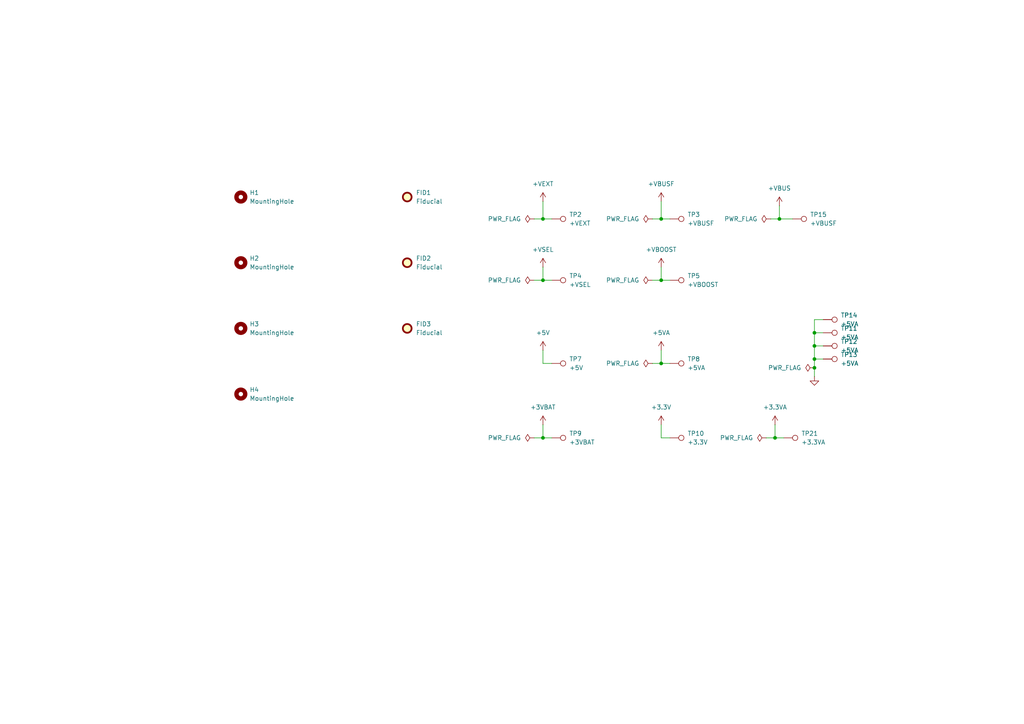
<source format=kicad_sch>
(kicad_sch (version 20231120) (generator "eeschema") (generator_version "8.0")
  (paper "A4")
  (lib_symbols
    (symbol "EMBARCADOS_-_CURSO_PCB[1]:+5V" (power) (pin_numbers hide) (pin_names (offset 0) hide)
      (property "Value" "+5V" (at 0 3.556 0))
      (symbol "+5V_0_1"
        (polyline (pts (xy -0.762 1.27) (xy 0 2.54)))
        (polyline (pts (xy 0 0) (xy 0 2.54)))
        (polyline (pts (xy 0 2.54) (xy 0.762 1.27)))
      )
      (symbol "+5V_1_1"
        (pin power_in line (at 0 0 90) (length 0) (name "~") (number "1"))
      )
    )
    (symbol "EMBARCADOS_-_CURSO_PCB[1]:AUX FIDUCIAL" (exclude_from_sim yes) (in_bom no)
      (property "Reference" "FID" (at 0 5.08 0))
      (property "Value" "Fiducial" (at 0 3.175 0))
      (symbol "AUX FIDUCIAL_0_1"
        (circle (center 0 0) (radius 1.27) (stroke (width 0.508)) (fill (type background)))
      )
    )
    (symbol "EMBARCADOS_-_CURSO_PCB[1]:AUX MOUNTING HOLE" (pin_names (offset 1.016)) (exclude_from_sim yes) (in_bom no)
      (property "Reference" "H" (at 0 5.08 0))
      (property "Value" "MountingHole" (at 0 3.175 0))
      (symbol "AUX MOUNTING HOLE_0_1"
        (circle (center 0 0) (radius 1.27) (stroke (width 1.27)))
      )
    )
    (symbol "EMBARCADOS_-_CURSO_PCB[1]:AUX TEST POINT" (pin_numbers hide) (pin_names (offset 0.762) hide)
      (property "Reference" "TP" (at 0 6.858 0))
      (property "Value" "TestPoint" (at 0 5.08 0))
      (symbol "AUX TEST POINT_0_1"
        (circle (center 0 3.302) (radius 0.762))
      )
      (symbol "AUX TEST POINT_1_1"
        (pin passive line (at 0 0 90) (length 2.54) (name "1") (number "1"))
      )
    )
    (symbol "EMBARCADOS_-_CURSO_PCB[1]:POWER GND" (power) (pin_numbers hide) (pin_names (offset 0) hide)
      (property "Value" "POWER GND" (at 0 -3.81 0))
      (symbol "POWER GND_0_1"
        (polyline (pts (xy 0 0) (xy 0 -1.27) (xy 1.27 -1.27) (xy 0 -2.54) (xy -1.27 -1.27) (xy 0 -1.27)))
      )
      (symbol "POWER GND_1_1"
        (pin power_in line (at 0 0 270) (length 0) (name "~") (number "1"))
      )
    )
    (symbol "power:PWR_FLAG" (power) (pin_numbers hide) (pin_names (offset 0) hide)
      (property "Value" "PWR_FLAG" (at 0 3.81 0))
      (symbol "PWR_FLAG_0_0"
        (pin power_out line (at 0 0 90) (length 0) (name "~") (number "1"))
      )
      (symbol "PWR_FLAG_0_1"
        (polyline (pts (xy 0 0) (xy 0 1.27) (xy -1.016 1.905) (xy 0 2.54) (xy 1.016 1.905) (xy 0 1.27)))
      )
    )
  )
  (junction (at 157.48 63.5))
  (junction (at 236.22 100.33))
  (junction (at 236.22 96.52))
  (junction (at 236.22 106.68))
  (junction (at 191.77 63.5))
  (junction (at 191.77 105.41))
  (junction (at 157.48 81.28))
  (junction (at 157.48 127))
  (junction (at 226.06 63.5))
  (junction (at 236.22 104.14))
  (junction (at 224.79 127))
  (junction (at 191.77 81.28))
  (wire (pts (xy 157.48 81.28) (xy 160.02 81.28)))
  (wire (pts (xy 189.23 105.41) (xy 191.77 105.41)))
  (wire (pts (xy 157.48 127) (xy 160.02 127)))
  (wire (pts (xy 236.22 96.52) (xy 236.22 100.33)))
  (wire (pts (xy 238.76 92.71) (xy 236.22 92.71)))
  (wire (pts (xy 189.23 81.28) (xy 191.77 81.28)))
  (wire (pts (xy 236.22 100.33) (xy 238.76 100.33)))
  (wire (pts (xy 222.25 127) (xy 224.79 127)))
  (wire (pts (xy 157.48 77.47) (xy 157.48 81.28)))
  (wire (pts (xy 236.22 92.71) (xy 236.22 96.52)))
  (wire (pts (xy 191.77 127) (xy 194.31 127)))
  (wire (pts (xy 154.94 81.28) (xy 157.48 81.28)))
  (wire (pts (xy 157.48 123.19) (xy 157.48 127)))
  (wire (pts (xy 189.23 63.5) (xy 191.77 63.5)))
  (wire (pts (xy 191.77 81.28) (xy 194.31 81.28)))
  (wire (pts (xy 154.94 127) (xy 157.48 127)))
  (wire (pts (xy 236.22 104.14) (xy 238.76 104.14)))
  (wire (pts (xy 157.48 63.5) (xy 160.02 63.5)))
  (wire (pts (xy 157.48 58.42) (xy 157.48 63.5)))
  (wire (pts (xy 191.77 101.6) (xy 191.77 105.41)))
  (wire (pts (xy 236.22 104.14) (xy 236.22 106.68)))
  (wire (pts (xy 157.48 105.41) (xy 160.02 105.41)))
  (wire (pts (xy 157.48 101.6) (xy 157.48 105.41)))
  (wire (pts (xy 157.48 63.5) (xy 154.94 63.5)))
  (wire (pts (xy 236.22 96.52) (xy 238.76 96.52)))
  (wire (pts (xy 224.79 127) (xy 224.79 123.19)))
  (wire (pts (xy 223.52 63.5) (xy 226.06 63.5)))
  (wire (pts (xy 226.06 63.5) (xy 229.87 63.5)))
  (wire (pts (xy 191.77 77.47) (xy 191.77 81.28)))
  (wire (pts (xy 227.33 127) (xy 224.79 127)))
  (wire (pts (xy 191.77 63.5) (xy 194.31 63.5)))
  (wire (pts (xy 236.22 106.68) (xy 236.22 109.22)))
  (wire (pts (xy 191.77 58.42) (xy 191.77 63.5)))
  (wire (pts (xy 191.77 123.19) (xy 191.77 127)))
  (wire (pts (xy 236.22 100.33) (xy 236.22 104.14)))
  (wire (pts (xy 226.06 59.69) (xy 226.06 63.5)))
  (wire (pts (xy 191.77 105.41) (xy 194.31 105.41)))
  (symbol (lib_id "power:PWR_FLAG") (at 154.94 127 90) (unit 1)
    (property "Reference" "#FLG08" (effects (hide yes)))
    (property "Value" "PWR_FLAG" (at 151.13 126.9999 90) (effects (justify left)))
    (property "Description" "Special symbol for telling ERC where power comes from" (effects (hide yes)))
  )
  (symbol (lib_id "power:PWR_FLAG") (at 189.23 81.28 90) (unit 1)
    (property "Reference" "#FLG05" (effects (hide yes)))
    (property "Value" "PWR_FLAG" (at 185.42 81.2799 90) (effects (justify left)))
    (property "Description" "Special symbol for telling ERC where power comes from" (effects (hide yes)))
  )
  (symbol (lib_id "EMBARCADOS_-_CURSO_PCB[1]:+5V") (at 226.06 59.69 0) (unit 1)
    (property "Reference" "#PWR0116" (effects (hide yes)))
    (property "Value" "+VBUS" (at 226.06 54.61 0))
    (property "Description" "Power symbol creates a global label with name \"+5V\"" (effects (hide yes)))
  )
  (symbol (lib_id "EMBARCADOS_-_CURSO_PCB[1]:AUX TEST POINT") (at 238.76 96.52 270) (unit 1)
    (property "Reference" "TP11" (at 243.84 95.2499 90) (effects (justify left)))
    (property "Value" "+5VA" (at 243.84 97.7899 90) (effects (justify left)))
    (property "Footprint" "EMBARCADOS - CURSO PCB:TestPoint_Keystone_5000-5004_Miniature" (effects (hide yes)))
    (property "Description" "test point" (effects (hide yes)))
  )
  (symbol (lib_id "EMBARCADOS_-_CURSO_PCB[1]:+5V") (at 157.48 123.19 0) (unit 1)
    (property "Reference" "#PWR0108" (effects (hide yes)))
    (property "Value" "+3VBAT" (at 157.48 118.11 0))
    (property "Description" "Power symbol creates a global label with name \"+5V\"" (effects (hide yes)))
  )
  (symbol (lib_id "power:PWR_FLAG") (at 189.23 63.5 90) (unit 1)
    (property "Reference" "#FLG03" (effects (hide yes)))
    (property "Value" "PWR_FLAG" (at 185.42 63.4999 90) (effects (justify left)))
    (property "Description" "Special symbol for telling ERC where power comes from" (effects (hide yes)))
  )
  (symbol (lib_id "EMBARCADOS_-_CURSO_PCB[1]:AUX TEST POINT") (at 160.02 127 270) (unit 1)
    (property "Reference" "TP9" (at 165.1 125.7299 90) (effects (justify left)))
    (property "Value" "+3VBAT" (at 165.1 128.2699 90) (effects (justify left)))
    (property "Footprint" "EMBARCADOS - CURSO PCB:TestPoint_Keystone_5000-5004_Miniature" (effects (hide yes)))
    (property "Description" "test point" (effects (hide yes)))
  )
  (symbol (lib_id "power:PWR_FLAG") (at 236.22 106.68 90) (unit 1)
    (property "Reference" "#FLG01" (effects (hide yes)))
    (property "Value" "PWR_FLAG" (at 232.41 106.6799 90) (effects (justify left)))
    (property "Description" "Special symbol for telling ERC where power comes from" (effects (hide yes)))
  )
  (symbol (lib_id "EMBARCADOS_-_CURSO_PCB[1]:AUX TEST POINT") (at 160.02 63.5 270) (unit 1)
    (property "Reference" "TP2" (at 165.1 62.2299 90) (effects (justify left)))
    (property "Value" "+VEXT" (at 165.1 64.7699 90) (effects (justify left)))
    (property "Footprint" "EMBARCADOS - CURSO PCB:TestPoint_Keystone_5000-5004_Miniature" (effects (hide yes)))
    (property "Description" "test point" (effects (hide yes)))
  )
  (symbol (lib_id "EMBARCADOS_-_CURSO_PCB[1]:+5V") (at 157.48 101.6 0) (unit 1)
    (property "Reference" "#PWR0113" (effects (hide yes)))
    (property "Value" "+5V" (at 157.48 96.52 0))
    (property "Description" "Power symbol creates a global label with name \"+5V\"" (effects (hide yes)))
  )
  (symbol (lib_id "EMBARCADOS_-_CURSO_PCB[1]:AUX TEST POINT") (at 238.76 100.33 270) (unit 1)
    (property "Reference" "TP12" (at 243.84 99.0599 90) (effects (justify left)))
    (property "Value" "+5VA" (at 243.84 101.5999 90) (effects (justify left)))
    (property "Footprint" "EMBARCADOS - CURSO PCB:TestPoint_Keystone_5000-5004_Miniature" (effects (hide yes)))
    (property "Description" "test point" (effects (hide yes)))
  )
  (symbol (lib_id "power:PWR_FLAG") (at 154.94 63.5 90) (unit 1)
    (property "Reference" "#FLG02" (effects (hide yes)))
    (property "Value" "PWR_FLAG" (at 151.13 63.4999 90) (effects (justify left)))
    (property "Description" "Special symbol for telling ERC where power comes from" (effects (hide yes)))
  )
  (symbol (lib_id "EMBARCADOS_-_CURSO_PCB[1]:+5V") (at 191.77 123.19 0) (unit 1)
    (property "Reference" "#PWR0111" (effects (hide yes)))
    (property "Value" "+3.3V" (at 191.77 118.11 0))
    (property "Description" "Power symbol creates a global label with name \"+5V\"" (effects (hide yes)))
  )
  (symbol (lib_id "EMBARCADOS_-_CURSO_PCB[1]:+5V") (at 224.79 123.19 0) (unit 1)
    (property "Reference" "#PWR0118" (effects (hide yes)))
    (property "Value" "+3.3VA" (at 224.79 118.11 0))
    (property "Description" "Power symbol creates a global label with name \"+5V\"" (effects (hide yes)))
  )
  (symbol (lib_id "EMBARCADOS_-_CURSO_PCB[1]:AUX FIDUCIAL") (at 118.11 95.25 0) (unit 1) (exclude_from_sim yes) (in_bom no)
    (property "Reference" "FID3" (at 120.65 93.9799 0) (effects (justify left)))
    (property "Value" "Fiducial" (at 120.65 96.5199 0) (effects (justify left)))
    (property "Footprint" "EMBARCADOS - CURSO PCB:Fiducial_0.75mm_Mask1.5mm" (effects (hide yes)))
    (property "Description" "Fiducial Marker" (effects (hide yes)))
    (property "MPN" "-" (effects (hide yes)))
    (property "Manufacturer" "-" (effects (hide yes)))
    (property "3D Model" "-" (effects (hide yes)))
    (property "Notes" "DO NOT PLACE" (effects (hide yes)))
    (property "LCSC Part # " "-" (effects (hide yes)))
    (property "LCSC MPN " "-" (effects (hide yes)))
    (property "LCSC MANUFACTURER " "-" (effects (hide yes)))
  )
  (symbol (lib_id "EMBARCADOS_-_CURSO_PCB[1]:AUX TEST POINT") (at 194.31 63.5 270) (unit 1)
    (property "Reference" "TP3" (at 199.39 62.2299 90) (effects (justify left)))
    (property "Value" "+VBUSF" (at 199.39 64.7699 90) (effects (justify left)))
    (property "Footprint" "EMBARCADOS - CURSO PCB:TestPoint_Keystone_5000-5004_Miniature" (effects (hide yes)))
    (property "Description" "test point" (effects (hide yes)))
  )
  (symbol (lib_id "power:PWR_FLAG") (at 189.23 105.41 90) (unit 1)
    (property "Reference" "#FLG07" (effects (hide yes)))
    (property "Value" "PWR_FLAG" (at 185.42 105.4099 90) (effects (justify left)))
    (property "Description" "Special symbol for telling ERC where power comes from" (effects (hide yes)))
  )
  (symbol (lib_id "EMBARCADOS_-_CURSO_PCB[1]:AUX TEST POINT") (at 238.76 92.71 270) (unit 1)
    (property "Reference" "TP14" (at 243.84 91.4399 90) (effects (justify left)))
    (property "Value" "+5VA" (at 243.84 93.9799 90) (effects (justify left)))
    (property "Footprint" "EMBARCADOS - CURSO PCB:TestPoint_Keystone_5000-5004_Miniature" (effects (hide yes)))
    (property "Description" "test point" (effects (hide yes)))
  )
  (symbol (lib_id "EMBARCADOS_-_CURSO_PCB[1]:AUX TEST POINT") (at 229.87 63.5 270) (unit 1)
    (property "Reference" "TP15" (at 234.95 62.2299 90) (effects (justify left)))
    (property "Value" "+VBUSF" (at 234.95 64.7699 90) (effects (justify left)))
    (property "Footprint" "EMBARCADOS - CURSO PCB:TestPoint_Keystone_5000-5004_Miniature" (effects (hide yes)))
    (property "Description" "test point" (effects (hide yes)))
  )
  (symbol (lib_id "EMBARCADOS_-_CURSO_PCB[1]:+5V") (at 191.77 101.6 0) (unit 1)
    (property "Reference" "#PWR0114" (effects (hide yes)))
    (property "Value" "+5VA" (at 191.77 96.52 0))
    (property "Description" "Power symbol creates a global label with name \"+5V\"" (effects (hide yes)))
  )
  (symbol (lib_id "EMBARCADOS_-_CURSO_PCB[1]:AUX MOUNTING HOLE") (at 69.85 95.25 0) (unit 1) (exclude_from_sim yes) (in_bom no)
    (property "Reference" "H3" (at 72.39 93.9799 0) (effects (justify left)))
    (property "Value" "MountingHole" (at 72.39 96.5199 0) (effects (justify left)))
    (property "Footprint" "EMBARCADOS - CURSO PCB:MountingHole_3.2mm_M3" (effects (hide yes)))
    (property "Description" "Mounting Hole without connection" (effects (hide yes)))
  )
  (symbol (lib_id "EMBARCADOS_-_CURSO_PCB[1]:POWER GND") (at 236.22 109.22 0) (unit 1)
    (property "Reference" "#PWR0115" (effects (hide yes)))
    (property "Value" "GND" (effects (hide yes)))
    (property "Description" "Power symbol creates a global label with name \"GND\" , ground" (effects (hide yes)))
  )
  (symbol (lib_id "EMBARCADOS_-_CURSO_PCB[1]:AUX TEST POINT") (at 194.31 127 270) (unit 1)
    (property "Reference" "TP10" (at 199.39 125.7299 90) (effects (justify left)))
    (property "Value" "+3.3V" (at 199.39 128.2699 90) (effects (justify left)))
    (property "Footprint" "EMBARCADOS - CURSO PCB:TestPoint_Keystone_5000-5004_Miniature" (effects (hide yes)))
    (property "Description" "test point" (effects (hide yes)))
  )
  (symbol (lib_id "EMBARCADOS_-_CURSO_PCB[1]:AUX TEST POINT") (at 160.02 81.28 270) (unit 1)
    (property "Reference" "TP4" (at 165.1 80.0099 90) (effects (justify left)))
    (property "Value" "+VSEL" (at 165.1 82.5499 90) (effects (justify left)))
    (property "Footprint" "EMBARCADOS - CURSO PCB:TestPoint_Keystone_5000-5004_Miniature" (effects (hide yes)))
    (property "Description" "test point" (effects (hide yes)))
  )
  (symbol (lib_id "EMBARCADOS_-_CURSO_PCB[1]:AUX MOUNTING HOLE") (at 69.85 114.3 0) (unit 1) (exclude_from_sim yes) (in_bom no)
    (property "Reference" "H4" (at 72.39 113.0299 0) (effects (justify left)))
    (property "Value" "MountingHole" (at 72.39 115.5699 0) (effects (justify left)))
    (property "Footprint" "EMBARCADOS - CURSO PCB:MountingHole_3.2mm_M3" (effects (hide yes)))
    (property "Description" "Mounting Hole without connection" (effects (hide yes)))
  )
  (symbol (lib_id "EMBARCADOS_-_CURSO_PCB[1]:+5V") (at 157.48 77.47 0) (unit 1)
    (property "Reference" "#PWR0110" (effects (hide yes)))
    (property "Value" "+VSEL" (at 157.48 72.39 0))
    (property "Description" "Power symbol creates a global label with name \"+5V\"" (effects (hide yes)))
  )
  (symbol (lib_id "power:PWR_FLAG") (at 223.52 63.5 90) (unit 1)
    (property "Reference" "#FLG010" (effects (hide yes)))
    (property "Value" "PWR_FLAG" (at 219.71 63.4999 90) (effects (justify left)))
    (property "Description" "Special symbol for telling ERC where power comes from" (effects (hide yes)))
  )
  (symbol (lib_id "power:PWR_FLAG") (at 154.94 81.28 90) (unit 1)
    (property "Reference" "#FLG04" (effects (hide yes)))
    (property "Value" "PWR_FLAG" (at 151.13 81.2799 90) (effects (justify left)))
    (property "Description" "Special symbol for telling ERC where power comes from" (effects (hide yes)))
  )
  (symbol (lib_id "EMBARCADOS_-_CURSO_PCB[1]:AUX TEST POINT") (at 160.02 105.41 270) (unit 1)
    (property "Reference" "TP7" (at 165.1 104.1399 90) (effects (justify left)))
    (property "Value" "+5V" (at 165.1 106.6799 90) (effects (justify left)))
    (property "Footprint" "EMBARCADOS - CURSO PCB:TestPoint_Keystone_5000-5004_Miniature" (effects (hide yes)))
    (property "Description" "test point" (effects (hide yes)))
  )
  (symbol (lib_id "EMBARCADOS_-_CURSO_PCB[1]:AUX MOUNTING HOLE") (at 69.85 76.2 0) (unit 1) (exclude_from_sim yes) (in_bom no)
    (property "Reference" "H2" (at 72.39 74.9299 0) (effects (justify left)))
    (property "Value" "MountingHole" (at 72.39 77.4699 0) (effects (justify left)))
    (property "Footprint" "EMBARCADOS - CURSO PCB:MountingHole_3.2mm_M3" (effects (hide yes)))
    (property "Description" "Mounting Hole without connection" (effects (hide yes)))
  )
  (symbol (lib_id "EMBARCADOS_-_CURSO_PCB[1]:+5V") (at 191.77 58.42 0) (unit 1)
    (property "Reference" "#PWR0109" (effects (hide yes)))
    (property "Value" "+VBUSF" (at 191.77 53.34 0))
    (property "Description" "Power symbol creates a global label with name \"+5V\"" (effects (hide yes)))
  )
  (symbol (lib_id "EMBARCADOS_-_CURSO_PCB[1]:AUX TEST POINT") (at 194.31 105.41 270) (unit 1)
    (property "Reference" "TP8" (at 199.39 104.1399 90) (effects (justify left)))
    (property "Value" "+5VA" (at 199.39 106.6799 90) (effects (justify left)))
    (property "Footprint" "EMBARCADOS - CURSO PCB:TestPoint_Keystone_5000-5004_Miniature" (effects (hide yes)))
    (property "Description" "test point" (effects (hide yes)))
  )
  (symbol (lib_id "EMBARCADOS_-_CURSO_PCB[1]:AUX TEST POINT") (at 194.31 81.28 270) (unit 1)
    (property "Reference" "TP5" (at 199.39 80.0099 90) (effects (justify left)))
    (property "Value" "+VBOOST" (at 199.39 82.5499 90) (effects (justify left)))
    (property "Footprint" "EMBARCADOS - CURSO PCB:TestPoint_Keystone_5000-5004_Miniature" (effects (hide yes)))
    (property "Description" "test point" (effects (hide yes)))
  )
  (symbol (lib_id "EMBARCADOS_-_CURSO_PCB[1]:AUX FIDUCIAL") (at 118.11 76.2 0) (unit 1) (exclude_from_sim yes) (in_bom no)
    (property "Reference" "FID2" (at 120.65 74.9299 0) (effects (justify left)))
    (property "Value" "Fiducial" (at 120.65 77.4699 0) (effects (justify left)))
    (property "Footprint" "EMBARCADOS - CURSO PCB:Fiducial_0.75mm_Mask1.5mm" (effects (hide yes)))
    (property "Description" "Fiducial Marker" (effects (hide yes)))
    (property "MPN" "-" (effects (hide yes)))
    (property "Manufacturer" "-" (effects (hide yes)))
    (property "3D Model" "-" (effects (hide yes)))
    (property "Notes" "DO NOT PLACE" (effects (hide yes)))
    (property "LCSC Part # " "-" (effects (hide yes)))
    (property "LCSC MPN " "-" (effects (hide yes)))
    (property "LCSC MANUFACTURER " "-" (effects (hide yes)))
  )
  (symbol (lib_id "EMBARCADOS_-_CURSO_PCB[1]:+5V") (at 157.48 58.42 0) (unit 1)
    (property "Reference" "#PWR0107" (effects (hide yes)))
    (property "Value" "+VEXT" (at 157.48 53.34 0))
    (property "Description" "Power symbol creates a global label with name \"+5V\"" (effects (hide yes)))
  )
  (symbol (lib_id "EMBARCADOS_-_CURSO_PCB[1]:+5V") (at 191.77 77.47 0) (unit 1)
    (property "Reference" "#PWR0112" (effects (hide yes)))
    (property "Value" "+VBOOST" (at 191.77 72.39 0))
    (property "Description" "Power symbol creates a global label with name \"+5V\"" (effects (hide yes)))
  )
  (symbol (lib_id "EMBARCADOS_-_CURSO_PCB[1]:AUX MOUNTING HOLE") (at 69.85 57.15 0) (unit 1) (exclude_from_sim yes) (in_bom no)
    (property "Reference" "H1" (at 72.39 55.8799 0) (effects (justify left)))
    (property "Value" "MountingHole" (at 72.39 58.4199 0) (effects (justify left)))
    (property "Footprint" "EMBARCADOS - CURSO PCB:MountingHole_3.2mm_M3" (effects (hide yes)))
    (property "Description" "Mounting Hole without connection" (effects (hide yes)))
  )
  (symbol (lib_id "EMBARCADOS_-_CURSO_PCB[1]:AUX TEST POINT") (at 227.33 127 270) (unit 1)
    (property "Reference" "TP21" (at 232.41 125.7299 90) (effects (justify left)))
    (property "Value" "+3.3VA" (at 232.41 128.2699 90) (effects (justify left)))
    (property "Footprint" "EMBARCADOS - CURSO PCB:TestPoint_Keystone_5000-5004_Miniature" (effects (hide yes)))
    (property "Description" "test point" (effects (hide yes)))
  )
  (symbol (lib_id "power:PWR_FLAG") (at 222.25 127 90) (unit 1)
    (property "Reference" "#FLG06" (effects (hide yes)))
    (property "Value" "PWR_FLAG" (at 218.44 126.9999 90) (effects (justify left)))
    (property "Description" "Special symbol for telling ERC where power comes from" (effects (hide yes)))
  )
  (symbol (lib_id "EMBARCADOS_-_CURSO_PCB[1]:AUX FIDUCIAL") (at 118.11 57.15 0) (unit 1) (exclude_from_sim yes) (in_bom no)
    (property "Reference" "FID1" (at 120.65 55.8799 0) (effects (justify left)))
    (property "Value" "Fiducial" (at 120.65 58.4199 0) (effects (justify left)))
    (property "Footprint" "EMBARCADOS - CURSO PCB:Fiducial_0.75mm_Mask1.5mm" (effects (hide yes)))
    (property "Description" "Fiducial Marker" (effects (hide yes)))
    (property "MPN" "-" (effects (hide yes)))
    (property "Manufacturer" "-" (effects (hide yes)))
    (property "3D Model" "-" (effects (hide yes)))
    (property "Notes" "DO NOT PLACE" (effects (hide yes)))
    (property "LCSC Part # " "-" (effects (hide yes)))
    (property "LCSC MPN " "-" (effects (hide yes)))
    (property "LCSC MANUFACTURER " "-" (effects (hide yes)))
  )
  (symbol (lib_id "EMBARCADOS_-_CURSO_PCB[1]:AUX TEST POINT") (at 238.76 104.14 270) (unit 1)
    (property "Reference" "TP13" (at 243.84 102.8699 90) (effects (justify left)))
    (property "Value" "+5VA" (at 243.84 105.4099 90) (effects (justify left)))
    (property "Footprint" "EMBARCADOS - CURSO PCB:TestPoint_Keystone_5000-5004_Miniature" (effects (hide yes)))
    (property "Description" "test point" (effects (hide yes)))
  )
)
</source>
